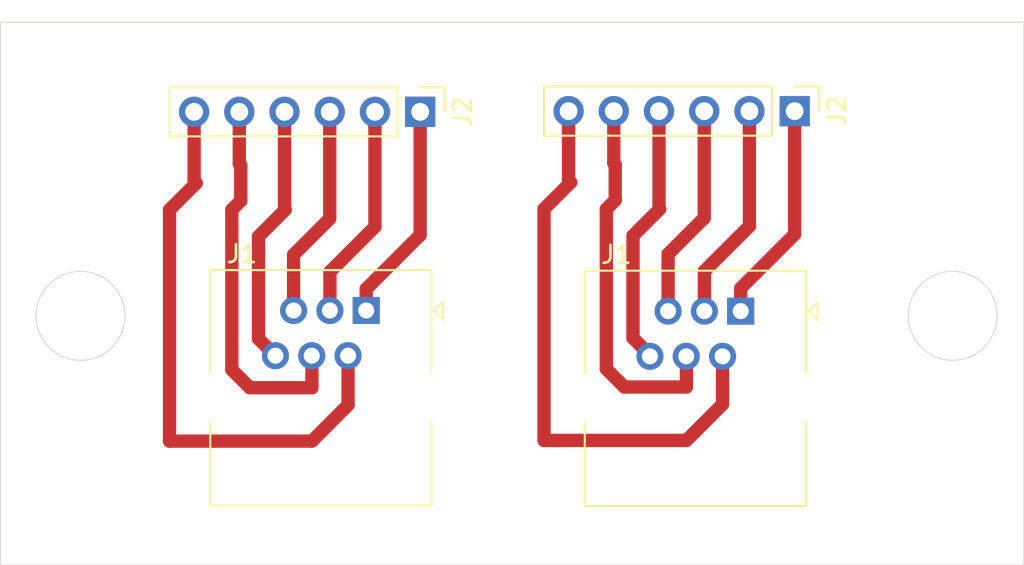
<source format=kicad_pcb>
(kicad_pcb (version 20241229) (generator "pcbnew") (generator_version "9.0")
  (layers (0 "F.Cu" signal) (2 "B.Cu" signal) (13 "F.Paste" user) (15 "B.Paste" user) (5 "F.SilkS" user "F.Silkscreen") (7 "B.SilkS" user "B.Silkscreen") (1 "F.Mask" user) (3 "B.Mask" user) (25 "Edge.Cuts" user))
  (net 0 "")
  (net 1 "Net-(J2-Pin_6)")
  (net 2 "Net-(J2-Pin_5)")
  (net 3 "Net-(J2-Pin_2)")
  (net 4 "Net-(J2-Pin_3)")
  (net 5 "Net-(J2-Pin_1)")
  (net 6 "Net-(J2-Pin_4)")
  (footprint "Connector_PinHeader_2.54mm:PinHeader_1x06_P2.54mm_Vertical" (layer "F.Cu") (at 47.58 26.54 -90)
    (property "Reference" "J2" (at 0 -2.38 90) (layer "F.SilkS"))
    (property "Value" "Conn_01x06_Pin")
    (fp_line (start -1.38 14.08) (end 1.38 14.08) (stroke (width 0.12)) (layer "F.SilkS"))
    (fp_line (start -1.38 1.27) (end -1.38 14.08) (stroke (width 0.12)) (layer "F.SilkS"))
    (fp_line (start -1.38 1.27) (end 1.38 1.27) (stroke (width 0.12)) (layer "F.SilkS"))
    (fp_line (start 1.38 1.27) (end 1.38 14.08) (stroke (width 0.12)) (layer "F.SilkS"))
    (fp_line (start -1.38 0) (end -1.38 -1.38) (stroke (width 0.12)) (layer "F.SilkS"))
    (fp_line (start -1.38 -1.38) (end 0 -1.38) (stroke (width 0.12)) (layer "F.SilkS"))
    (pad "1" thru_hole rect (at 0 0 270) (size 1.7 1.7) (drill 1) (layers "*.Cu" "*.Mask") (net 5 "Net-(J2-Pin_1)"))
    (pad "2" thru_hole circle (at 0 2.54 270) (size 1.7 1.7) (drill 1) (layers "*.Cu" "*.Mask") (net 3 "Net-(J2-Pin_2)"))
    (pad "3" thru_hole circle (at 0 5.08 270) (size 1.7 1.7) (drill 1) (layers "*.Cu" "*.Mask") (net 4 "Net-(J2-Pin_3)"))
    (pad "4" thru_hole circle (at 0 7.62 270) (size 1.7 1.7) (drill 1) (layers "*.Cu" "*.Mask") (net 6 "Net-(J2-Pin_4)"))
    (pad "5" thru_hole circle (at 0 10.16 270) (size 1.7 1.7) (drill 1) (layers "*.Cu" "*.Mask") (net 2 "Net-(J2-Pin_5)"))
    (pad "6" thru_hole circle (at 0 12.7 270) (size 1.7 1.7) (drill 1) (layers "*.Cu" "*.Mask") (net 1 "Net-(J2-Pin_6)"))
  )
  (footprint "Connector_PinHeader_2.54mm:PinHeader_1x06_P2.54mm_Vertical" (layer "F.Cu") (at 68.62 26.5 -90)
    (property "Reference" "J2" (at 0 -2.38 90) (layer "F.SilkS"))
    (property "Value" "Conn_01x06_Pin")
    (fp_line (start -1.38 14.08) (end 1.38 14.08) (stroke (width 0.12)) (layer "F.SilkS"))
    (fp_line (start -1.38 1.27) (end -1.38 14.08) (stroke (width 0.12)) (layer "F.SilkS"))
    (fp_line (start -1.38 1.27) (end 1.38 1.27) (stroke (width 0.12)) (layer "F.SilkS"))
    (fp_line (start 1.38 1.27) (end 1.38 14.08) (stroke (width 0.12)) (layer "F.SilkS"))
    (fp_line (start -1.38 0) (end -1.38 -1.38) (stroke (width 0.12)) (layer "F.SilkS"))
    (fp_line (start -1.38 -1.38) (end 0 -1.38) (stroke (width 0.12)) (layer "F.SilkS"))
    (pad "1" thru_hole rect (at 0 0 270) (size 1.7 1.7) (drill 1) (layers "*.Cu" "*.Mask") (net 5 "Net-(J2-Pin_1)"))
    (pad "2" thru_hole circle (at 0 2.54 270) (size 1.7 1.7) (drill 1) (layers "*.Cu" "*.Mask") (net 3 "Net-(J2-Pin_2)"))
    (pad "3" thru_hole circle (at 0 5.08 270) (size 1.7 1.7) (drill 1) (layers "*.Cu" "*.Mask") (net 4 "Net-(J2-Pin_3)"))
    (pad "4" thru_hole circle (at 0 7.62 270) (size 1.7 1.7) (drill 1) (layers "*.Cu" "*.Mask") (net 6 "Net-(J2-Pin_4)"))
    (pad "5" thru_hole circle (at 0 10.16 270) (size 1.7 1.7) (drill 1) (layers "*.Cu" "*.Mask") (net 2 "Net-(J2-Pin_5)"))
    (pad "6" thru_hole circle (at 0 12.7 270) (size 1.7 1.7) (drill 1) (layers "*.Cu" "*.Mask") (net 1 "Net-(J2-Pin_6)"))
  )
  (footprint "Connector_RJ:RJ25_Wayconn_MJEA-660X1_Horizontal" (layer "F.Cu") (at 65.59 37.735)
    (property "Reference" "J1" (at -6.985 -3.175 0) (layer "F.SilkS"))
    (property "Value" "RJ12")
    (fp_line (start -8.76 -2.27) (end -8.76 3.47) (stroke (width 0.12)) (layer "F.SilkS"))
    (fp_line (start -8.76 -2.27) (end 3.66 -2.27) (stroke (width 0.12)) (layer "F.SilkS"))
    (fp_line (start -8.76 6.22) (end -8.76 10.95) (stroke (width 0.12)) (layer "F.SilkS"))
    (fp_line (start -8.76 10.95) (end 3.66 10.95) (stroke (width 0.12)) (layer "F.SilkS"))
    (fp_line (start 3.66 -2.27) (end 3.66 3.47) (stroke (width 0.12)) (layer "F.SilkS"))
    (fp_line (start 3.66 6.22) (end 3.66 10.95) (stroke (width 0.12)) (layer "F.SilkS"))
    (fp_line (start 3.82 0) (end 4.32 0.5) (stroke (width 0.12)) (layer "F.SilkS"))
    (fp_line (start 4.32 -0.5) (end 3.82 0) (stroke (width 0.12)) (layer "F.SilkS"))
    (fp_line (start 4.32 -0.5) (end 4.32 0.5) (stroke (width 0.12)) (layer "F.SilkS"))
    (pad "" np_thru_hole circle (at -8.55 4.84) (size 2.3 2.3) (drill 2.3) (layers "*.Cu" "*.Mask"))
    (pad "" np_thru_hole circle (at 3.45 4.84) (size 2.3 2.3) (drill 2.3) (layers "*.Cu" "*.Mask"))
    (pad "1" thru_hole rect (at 0 0) (size 1.52 1.52) (drill 0.9) (layers "*.Cu" "*.Mask") (net 5 "Net-(J2-Pin_1)"))
    (pad "2" thru_hole circle (at -1.02 2.54) (size 1.52 1.52) (drill 0.9) (layers "*.Cu" "*.Mask") (net 1 "Net-(J2-Pin_6)"))
    (pad "3" thru_hole circle (at -2.04 0) (size 1.52 1.52) (drill 0.9) (layers "*.Cu" "*.Mask") (net 3 "Net-(J2-Pin_2)"))
    (pad "4" thru_hole circle (at -3.06 2.54) (size 1.52 1.52) (drill 0.9) (layers "*.Cu" "*.Mask") (net 2 "Net-(J2-Pin_5)"))
    (pad "5" thru_hole circle (at -4.08 0) (size 1.52 1.52) (drill 0.9) (layers "*.Cu" "*.Mask") (net 4 "Net-(J2-Pin_3)"))
    (pad "6" thru_hole circle (at -5.1 2.54) (size 1.52 1.52) (drill 0.9) (layers "*.Cu" "*.Mask") (net 6 "Net-(J2-Pin_4)"))
  )
  (footprint "Connector_RJ:RJ25_Wayconn_MJEA-660X1_Horizontal" (layer "F.Cu") (at 44.55 37.7)
    (property "Reference" "J1" (at -6.985 -3.175 0) (layer "F.SilkS"))
    (property "Value" "RJ12")
    (fp_line (start -8.76 -2.27) (end -8.76 3.47) (stroke (width 0.12)) (layer "F.SilkS"))
    (fp_line (start -8.76 -2.27) (end 3.66 -2.27) (stroke (width 0.12)) (layer "F.SilkS"))
    (fp_line (start -8.76 6.22) (end -8.76 10.95) (stroke (width 0.12)) (layer "F.SilkS"))
    (fp_line (start -8.76 10.95) (end 3.66 10.95) (stroke (width 0.12)) (layer "F.SilkS"))
    (fp_line (start 3.66 -2.27) (end 3.66 3.47) (stroke (width 0.12)) (layer "F.SilkS"))
    (fp_line (start 3.66 6.22) (end 3.66 10.95) (stroke (width 0.12)) (layer "F.SilkS"))
    (fp_line (start 3.82 0) (end 4.32 0.5) (stroke (width 0.12)) (layer "F.SilkS"))
    (fp_line (start 4.32 -0.5) (end 3.82 0) (stroke (width 0.12)) (layer "F.SilkS"))
    (fp_line (start 4.32 -0.5) (end 4.32 0.5) (stroke (width 0.12)) (layer "F.SilkS"))
    (pad "" np_thru_hole circle (at -8.55 4.84) (size 2.3 2.3) (drill 2.3) (layers "*.Cu" "*.Mask"))
    (pad "" np_thru_hole circle (at 3.45 4.84) (size 2.3 2.3) (drill 2.3) (layers "*.Cu" "*.Mask"))
    (pad "1" thru_hole rect (at 0 0) (size 1.52 1.52) (drill 0.9) (layers "*.Cu" "*.Mask") (net 5 "Net-(J2-Pin_1)"))
    (pad "2" thru_hole circle (at -1.02 2.54) (size 1.52 1.52) (drill 0.9) (layers "*.Cu" "*.Mask") (net 1 "Net-(J2-Pin_6)"))
    (pad "3" thru_hole circle (at -2.04 0) (size 1.52 1.52) (drill 0.9) (layers "*.Cu" "*.Mask") (net 3 "Net-(J2-Pin_2)"))
    (pad "4" thru_hole circle (at -3.06 2.54) (size 1.52 1.52) (drill 0.9) (layers "*.Cu" "*.Mask") (net 2 "Net-(J2-Pin_5)"))
    (pad "5" thru_hole circle (at -4.08 0) (size 1.52 1.52) (drill 0.9) (layers "*.Cu" "*.Mask") (net 4 "Net-(J2-Pin_3)"))
    (pad "6" thru_hole circle (at -5.1 2.54) (size 1.52 1.52) (drill 0.9) (layers "*.Cu" "*.Mask") (net 6 "Net-(J2-Pin_4)"))
  )
  (gr_rect (start 24 21.5) (end 81.5 52) (stroke (width 0.05)) (fill no) (layer "Edge.Cuts"))
  (gr_circle (center 77.5 38) (end 77.5 35.5) (stroke (width 0.05)) (fill no) (layer "Edge.Cuts"))
  (gr_circle (center 28.5 38) (end 28.5 35.5) (stroke (width 0.05)) (fill no) (layer "Edge.Cuts"))
  (segment (start 33.5 45.04) (end 33.5 32.04) (width 0.75) (layer "F.Cu") (net 1))
  (segment (start 33.5 32.04) (end 35 30.54) (width 0.75) (layer "F.Cu") (net 1))
  (segment (start 43.53 40.24) (end 43.53 43.01) (width 0.75) (layer "F.Cu") (net 1))
  (segment (start 64.57 42.97) (end 62.54 45) (width 0.75) (layer "F.Cu") (net 1))
  (segment (start 62.54 45) (end 54.54 45) (width 0.75) (layer "F.Cu") (net 1))
  (segment (start 56.04 30.5) (end 55.92 30.38) (width 0.75) (layer "F.Cu") (net 1))
  (segment (start 54.54 45) (end 54.54 32) (width 0.75) (layer "F.Cu") (net 1))
  (segment (start 64.57 40.2) (end 64.57 42.97) (width 0.75) (layer "F.Cu") (net 1))
  (segment (start 41.5 45.04) (end 33.5 45.04) (width 0.75) (layer "F.Cu") (net 1))
  (segment (start 34.88 30.42) (end 34.88 26.54) (width 0.75) (layer "F.Cu") (net 1))
  (segment (start 35 30.54) (end 34.88 30.42) (width 0.75) (layer "F.Cu") (net 1))
  (segment (start 55.92 30.38) (end 55.92 26.5) (width 0.75) (layer "F.Cu") (net 1))
  (segment (start 43.53 43.01) (end 41.5 45.04) (width 0.75) (layer "F.Cu") (net 1))
  (segment (start 54.54 32) (end 56.04 30.5) (width 0.75) (layer "F.Cu") (net 1))
  (segment (start 41.5 40.25) (end 41.5 42.04) (width 0.75) (layer "F.Cu") (net 2))
  (segment (start 37 32.04) (end 37.5 31.54) (width 0.75) (layer "F.Cu") (net 2))
  (segment (start 62.54 42) (end 59.051643 42) (width 0.75) (layer "F.Cu") (net 2))
  (segment (start 37.42 29.46) (end 37.42 26.54) (width 0.75) (layer "F.Cu") (net 2))
  (segment (start 41.5 42.04) (end 38.011643 42.04) (width 0.75) (layer "F.Cu") (net 2))
  (segment (start 38.011643 42.04) (end 37 41.028357) (width 0.75) (layer "F.Cu") (net 2))
  (segment (start 37.5 29.54) (end 37.42 29.46) (width 0.75) (layer "F.Cu") (net 2))
  (segment (start 59.051643 42) (end 58.04 40.988357) (width 0.75) (layer "F.Cu") (net 2))
  (segment (start 37 41.028357) (end 37 32.04) (width 0.75) (layer "F.Cu") (net 2))
  (segment (start 58.54 31.5) (end 58.54 29.5) (width 0.75) (layer "F.Cu") (net 2))
  (segment (start 41.49 40.24) (end 41.5 40.25) (width 0.75) (layer "F.Cu") (net 2))
  (segment (start 58.46 29.42) (end 58.46 26.5) (width 0.75) (layer "F.Cu") (net 2))
  (segment (start 37.5 31.54) (end 37.5 29.54) (width 0.75) (layer "F.Cu") (net 2))
  (segment (start 62.53 40.2) (end 62.54 40.21) (width 0.75) (layer "F.Cu") (net 2))
  (segment (start 58.04 32) (end 58.54 31.5) (width 0.75) (layer "F.Cu") (net 2))
  (segment (start 62.54 40.21) (end 62.54 42) (width 0.75) (layer "F.Cu") (net 2))
  (segment (start 58.04 40.988357) (end 58.04 32) (width 0.75) (layer "F.Cu") (net 2))
  (segment (start 58.54 29.5) (end 58.46 29.42) (width 0.75) (layer "F.Cu") (net 2))
  (segment (start 63.55 35.49) (end 66.08 32.96) (width 0.75) (layer "F.Cu") (net 3))
  (segment (start 63.55 37.66) (end 63.55 35.49) (width 0.75) (layer "F.Cu") (net 3))
  (segment (start 66.08 32.96) (end 66.08 26.5) (width 0.75) (layer "F.Cu") (net 3))
  (segment (start 45.04 33) (end 45.04 26.54) (width 0.75) (layer "F.Cu") (net 3))
  (segment (start 42.51 35.53) (end 45.04 33) (width 0.75) (layer "F.Cu") (net 3))
  (segment (start 42.51 37.7) (end 42.51 35.53) (width 0.75) (layer "F.Cu") (net 3))
  (segment (start 40.47 37.7) (end 40.47 34.57) (width 0.75) (layer "F.Cu") (net 4))
  (segment (start 42.5 32.54) (end 42.5 26.54) (width 0.75) (layer "F.Cu") (net 4))
  (segment (start 61.51 34.53) (end 63.54 32.5) (width 0.75) (layer "F.Cu") (net 4))
  (segment (start 40.47 34.57) (end 42.5 32.54) (width 0.75) (layer "F.Cu") (net 4))
  (segment (start 63.54 32.5) (end 63.54 26.5) (width 0.75) (layer "F.Cu") (net 4))
  (segment (start 61.51 37.66) (end 61.51 34.53) (width 0.75) (layer "F.Cu") (net 4))
  (segment (start 68.62 33.42) (end 68.62 26.5) (width 0.75) (layer "F.Cu") (net 5))
  (segment (start 47.58 33.46) (end 47.58 26.54) (width 0.75) (layer "F.Cu") (net 5))
  (segment (start 44.55 36.49) (end 47.58 33.46) (width 0.75) (layer "F.Cu") (net 5))
  (segment (start 65.59 37.66) (end 65.59 36.45) (width 0.75) (layer "F.Cu") (net 5))
  (segment (start 65.59 36.45) (end 68.62 33.42) (width 0.75) (layer "F.Cu") (net 5))
  (segment (start 44.55 37.7) (end 44.55 36.49) (width 0.75) (layer "F.Cu") (net 5))
  (segment (start 60.49 40.2) (end 59.54 39.25) (width 0.75) (layer "F.Cu") (net 6))
  (segment (start 61 31.96) (end 61 26.5) (width 0.75) (layer "F.Cu") (net 6))
  (segment (start 39.96 32) (end 39.96 26.54) (width 0.75) (layer "F.Cu") (net 6))
  (segment (start 38.5 33.54) (end 40 32.04) (width 0.75) (layer "F.Cu") (net 6))
  (segment (start 39.45 40.24) (end 38.5 39.29) (width 0.75) (layer "F.Cu") (net 6))
  (segment (start 40 32.04) (end 39.96 32) (width 0.75) (layer "F.Cu") (net 6))
  (segment (start 61.04 32) (end 61 31.96) (width 0.75) (layer "F.Cu") (net 6))
  (segment (start 59.54 33.5) (end 61.04 32) (width 0.75) (layer "F.Cu") (net 6))
  (segment (start 38.5 39.29) (end 38.5 33.54) (width 0.75) (layer "F.Cu") (net 6))
  (segment (start 59.54 39.25) (end 59.54 33.5) (width 0.75) (layer "F.Cu") (net 6))
)
</source>
